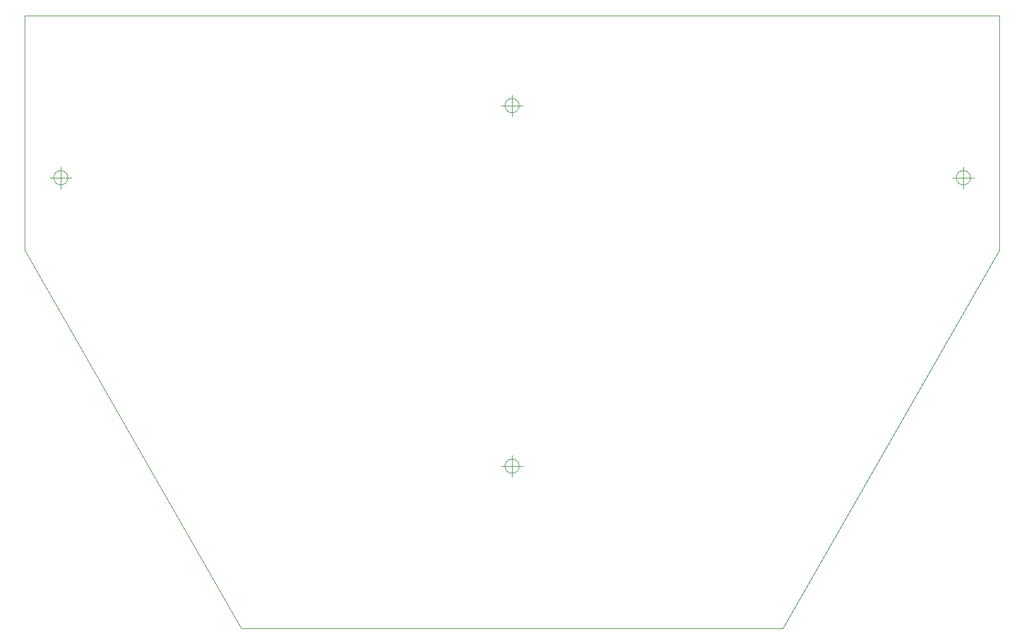
<source format=gbr>
%TF.GenerationSoftware,KiCad,Pcbnew,(6.0.8)*%
%TF.CreationDate,2022-11-13T19:45:06+01:00*%
%TF.ProjectId,CxSweetie,43785377-6565-4746-9965-2e6b69636164,rev?*%
%TF.SameCoordinates,Original*%
%TF.FileFunction,Profile,NP*%
%FSLAX46Y46*%
G04 Gerber Fmt 4.6, Leading zero omitted, Abs format (unit mm)*
G04 Created by KiCad (PCBNEW (6.0.8)) date 2022-11-13 19:45:06*
%MOMM*%
%LPD*%
G01*
G04 APERTURE LIST*
%TA.AperFunction,Profile*%
%ADD10C,0.100000*%
%TD*%
G04 APERTURE END LIST*
D10*
X147320000Y-154940000D02*
X223520000Y-154940000D01*
X116840000Y-101600000D02*
X147320000Y-154940000D01*
X116840000Y-68580000D02*
X116840000Y-101600000D01*
X116840000Y-68580000D02*
X254000000Y-68580000D01*
X254000000Y-68580000D02*
X254000000Y-101600000D01*
X223520000Y-154940000D02*
X254000000Y-101600000D01*
X186420000Y-81280000D02*
G75*
G03*
X186420000Y-81280000I-1000000J0D01*
G01*
X183920000Y-81280000D02*
X186920000Y-81280000D01*
X185420000Y-79780000D02*
X185420000Y-82780000D01*
X186420000Y-132080000D02*
G75*
G03*
X186420000Y-132080000I-1000000J0D01*
G01*
X183920000Y-132080000D02*
X186920000Y-132080000D01*
X185420000Y-130580000D02*
X185420000Y-133580000D01*
X249920000Y-91440000D02*
G75*
G03*
X249920000Y-91440000I-1000000J0D01*
G01*
X247420000Y-91440000D02*
X250420000Y-91440000D01*
X248920000Y-89940000D02*
X248920000Y-92940000D01*
X122920000Y-91440000D02*
G75*
G03*
X122920000Y-91440000I-1000000J0D01*
G01*
X120420000Y-91440000D02*
X123420000Y-91440000D01*
X121920000Y-89940000D02*
X121920000Y-92940000D01*
M02*

</source>
